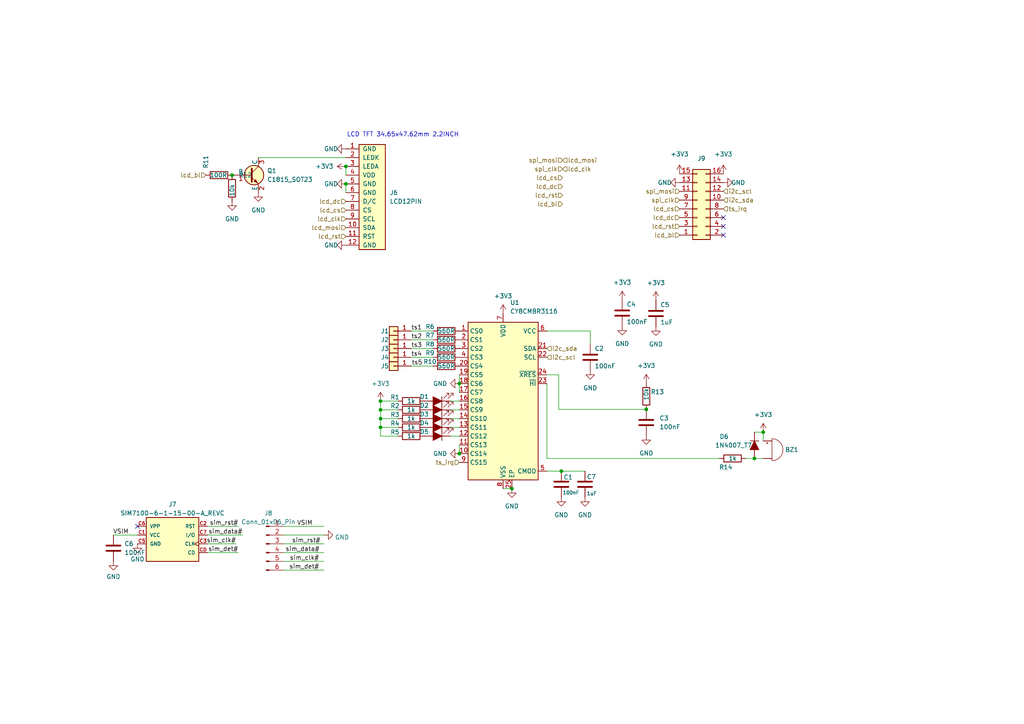
<source format=kicad_sch>
(kicad_sch (version 20230121) (generator eeschema)
  (paper "A4")
  (lib_symbols
    (symbol "Connector:Conn_01x06_Pin" (pin_names (offset 1.016) hide)
      (property "Reference" "J" (at 0 7.62 0))
      (property "Value" "Conn_01x06_Pin" (at 0 -10.16 0))
      (symbol "Conn_01x06_Pin_1_1"
        (polyline (pts (xy 1.27 -7.62) (xy 0.8636 -7.62)) (stroke (width 0.1524)))
        (polyline (pts (xy 1.27 -5.08) (xy 0.8636 -5.08)) (stroke (width 0.1524)))
        (polyline (pts (xy 1.27 -2.54) (xy 0.8636 -2.54)) (stroke (width 0.1524)))
        (polyline (pts (xy 1.27 0) (xy 0.8636 0)) (stroke (width 0.1524)))
        (polyline (pts (xy 1.27 2.54) (xy 0.8636 2.54)) (stroke (width 0.1524)))
        (polyline (pts (xy 1.27 5.08) (xy 0.8636 5.08)) (stroke (width 0.1524)))
        (rectangle (start 0.8636 -7.493) (end 0 -7.747) (stroke (width 0.1524)) (fill (type outline)))
        (rectangle (start 0.8636 -4.953) (end 0 -5.207) (stroke (width 0.1524)) (fill (type outline)))
        (rectangle (start 0.8636 -2.413) (end 0 -2.667) (stroke (width 0.1524)) (fill (type outline)))
        (rectangle (start 0.8636 0.127) (end 0 -0.127) (stroke (width 0.1524)) (fill (type outline)))
        (rectangle (start 0.8636 2.667) (end 0 2.413) (stroke (width 0.1524)) (fill (type outline)))
        (rectangle (start 0.8636 5.207) (end 0 4.953) (stroke (width 0.1524)) (fill (type outline)))
        (pin passive line (at 5.08 5.08 180) (length 3.81) (name "Pin_1") (number "1"))
        (pin passive line (at 5.08 2.54 180) (length 3.81) (name "Pin_2") (number "2"))
        (pin passive line (at 5.08 0 180) (length 3.81) (name "Pin_3") (number "3"))
        (pin passive line (at 5.08 -2.54 180) (length 3.81) (name "Pin_4") (number "4"))
        (pin passive line (at 5.08 -5.08 180) (length 3.81) (name "Pin_5") (number "5"))
        (pin passive line (at 5.08 -7.62 180) (length 3.81) (name "Pin_6") (number "6"))
      )
    )
    (symbol "Connector_Generic:Conn_01x01" (pin_names (offset 1.016) hide)
      (property "Reference" "J" (at 0 2.54 0))
      (property "Value" "Conn_01x01" (at 0 -2.54 0))
      (symbol "Conn_01x01_1_1"
        (rectangle (start -1.27 0.127) (end 0 -0.127) (stroke (width 0.1524)))
        (rectangle (start -1.27 1.27) (end 1.27 -1.27) (stroke (width 0.254)) (fill (type background)))
        (pin passive line (at -5.08 0 0) (length 3.81) (name "Pin_1") (number "1"))
      )
    )
    (symbol "Connector_Generic:Conn_02x08_Odd_Even" (pin_names (offset 1.016) hide)
      (property "Reference" "J" (at 1.27 10.16 0))
      (property "Value" "Conn_02x08_Odd_Even" (at 1.27 -12.7 0))
      (symbol "Conn_02x08_Odd_Even_1_1"
        (rectangle (start -1.27 -10.033) (end 0 -10.287) (stroke (width 0.1524)))
        (rectangle (start -1.27 -7.493) (end 0 -7.747) (stroke (width 0.1524)))
        (rectangle (start -1.27 -4.953) (end 0 -5.207) (stroke (width 0.1524)))
        (rectangle (start -1.27 -2.413) (end 0 -2.667) (stroke (width 0.1524)))
        (rectangle (start -1.27 0.127) (end 0 -0.127) (stroke (width 0.1524)))
        (rectangle (start -1.27 2.667) (end 0 2.413) (stroke (width 0.1524)))
        (rectangle (start -1.27 5.207) (end 0 4.953) (stroke (width 0.1524)))
        (rectangle (start -1.27 7.747) (end 0 7.493) (stroke (width 0.1524)))
        (rectangle (start -1.27 8.89) (end 3.81 -11.43) (stroke (width 0.254)) (fill (type background)))
        (rectangle (start 3.81 -10.033) (end 2.54 -10.287) (stroke (width 0.1524)))
        (rectangle (start 3.81 -7.493) (end 2.54 -7.747) (stroke (width 0.1524)))
        (rectangle (start 3.81 -4.953) (end 2.54 -5.207) (stroke (width 0.1524)))
        (rectangle (start 3.81 -2.413) (end 2.54 -2.667) (stroke (width 0.1524)))
        (rectangle (start 3.81 0.127) (end 2.54 -0.127) (stroke (width 0.1524)))
        (rectangle (start 3.81 2.667) (end 2.54 2.413) (stroke (width 0.1524)))
        (rectangle (start 3.81 5.207) (end 2.54 4.953) (stroke (width 0.1524)))
        (rectangle (start 3.81 7.747) (end 2.54 7.493) (stroke (width 0.1524)))
        (pin passive line (at -5.08 7.62 0) (length 3.81) (name "Pin_1") (number "1"))
        (pin passive line (at 7.62 -2.54 180) (length 3.81) (name "Pin_10") (number "10"))
        (pin passive line (at -5.08 -5.08 0) (length 3.81) (name "Pin_11") (number "11"))
        (pin passive line (at 7.62 -5.08 180) (length 3.81) (name "Pin_12") (number "12"))
        (pin passive line (at -5.08 -7.62 0) (length 3.81) (name "Pin_13") (number "13"))
        (pin passive line (at 7.62 -7.62 180) (length 3.81) (name "Pin_14") (number "14"))
        (pin passive line (at -5.08 -10.16 0) (length 3.81) (name "Pin_15") (number "15"))
        (pin passive line (at 7.62 -10.16 180) (length 3.81) (name "Pin_16") (number "16"))
        (pin passive line (at 7.62 7.62 180) (length 3.81) (name "Pin_2") (number "2"))
        (pin passive line (at -5.08 5.08 0) (length 3.81) (name "Pin_3") (number "3"))
        (pin passive line (at 7.62 5.08 180) (length 3.81) (name "Pin_4") (number "4"))
        (pin passive line (at -5.08 2.54 0) (length 3.81) (name "Pin_5") (number "5"))
        (pin passive line (at 7.62 2.54 180) (length 3.81) (name "Pin_6") (number "6"))
        (pin passive line (at -5.08 0 0) (length 3.81) (name "Pin_7") (number "7"))
        (pin passive line (at 7.62 0 180) (length 3.81) (name "Pin_8") (number "8"))
        (pin passive line (at -5.08 -2.54 0) (length 3.81) (name "Pin_9") (number "9"))
      )
    )
    (symbol "Sensor_Touch:CY8CMBR3116"
      (property "Reference" "U" (at -10.16 24.13 0))
      (property "Value" "CY8CMBR3116" (at 1.27 24.13 0))
      (symbol "CY8CMBR3116_0_1"
        (rectangle (start -10.16 22.86) (end 10.16 -22.86) (stroke (width 0.254)) (fill (type background)))
      )
      (symbol "CY8CMBR3116_1_1"
        (pin passive line (at -12.7 20.32 0) (length 2.54) (name "CS0") (number "1"))
        (pin passive line (at -12.7 -15.24 0) (length 2.54) (name "CS14") (number "10"))
        (pin passive line (at -12.7 -12.7 0) (length 2.54) (name "CS13") (number "11"))
        (pin passive line (at -12.7 -10.16 0) (length 2.54) (name "CS12") (number "12"))
        (pin passive line (at -12.7 -7.62 0) (length 2.54) (name "CS11") (number "13"))
        (pin passive line (at -12.7 -5.08 0) (length 2.54) (name "CS10") (number "14"))
        (pin passive line (at -12.7 -2.54 0) (length 2.54) (name "CS9") (number "15"))
        (pin passive line (at -12.7 0 0) (length 2.54) (name "CS8") (number "16"))
        (pin passive line (at -12.7 2.54 0) (length 2.54) (name "CS7") (number "17"))
        (pin passive line (at -12.7 5.08 0) (length 2.54) (name "CS6") (number "18"))
        (pin passive line (at -12.7 7.62 0) (length 2.54) (name "CS5") (number "19"))
        (pin passive line (at -12.7 17.78 0) (length 2.54) (name "CS1") (number "2"))
        (pin passive line (at -12.7 10.16 0) (length 2.54) (name "CS4") (number "20"))
        (pin bidirectional line (at 12.7 15.24 180) (length 2.54) (name "SDA") (number "21"))
        (pin input line (at 12.7 12.7 180) (length 2.54) (name "SCL") (number "22"))
        (pin bidirectional line (at 12.7 5.08 180) (length 2.54) (name "~{HI}") (number "23"))
        (pin input line (at 12.7 7.62 180) (length 2.54) (name "~{XRES}") (number "24"))
        (pin passive line (at 2.54 -25.4 90) (length 2.54) (name "EP") (number "25"))
        (pin passive line (at -12.7 15.24 0) (length 2.54) (name "CS2") (number "3"))
        (pin passive line (at -12.7 12.7 0) (length 2.54) (name "CS3") (number "4"))
        (pin passive line (at 12.7 -20.32 180) (length 2.54) (name "CMOD") (number "5"))
        (pin passive line (at 12.7 20.32 180) (length 2.54) (name "VCC") (number "6"))
        (pin power_in line (at 0 25.4 270) (length 2.54) (name "VDD") (number "7"))
        (pin power_in line (at 0 -25.4 90) (length 2.54) (name "VSS") (number "8"))
        (pin passive line (at -12.7 -17.78 0) (length 2.54) (name "CS15") (number "9"))
      )
    )
    (symbol "ph_lib:1N4007_T7" (pin_numbers hide) (pin_names (offset 1.016) hide)
      (property "Reference" "D" (at 0 2.54 0))
      (property "Value" "1N4007_T7" (at 0 -2.54 0))
      (symbol "1N4007_T7_0_1"
        (polyline (pts (xy -1.27 1.27) (xy -1.27 -1.27)) (stroke (width 0.2032)))
        (polyline (pts (xy 1.27 0) (xy -1.27 0)))
        (polyline (pts (xy 1.27 1.27) (xy 1.27 -1.27) (xy -1.27 0) (xy 1.27 1.27)) (stroke (width 0.2032)) (fill (type outline)))
      )
      (symbol "1N4007_T7_1_1"
        (pin passive line (at -3.81 0 0) (length 2.54) (name "K") (number "1"))
        (pin passive line (at 3.81 0 180) (length 2.54) (name "A") (number "2"))
      )
    )
    (symbol "ph_lib:Buzzer-Device" (pin_numbers hide) (pin_names (offset 1.016) hide)
      (property "Reference" "BZ" (at 0 0 0))
      (property "Value" "Buzzer-Device" (at -1.27 -2.54 0))
      (symbol "Buzzer-Device_1_1"
        (polyline (pts (xy 3.429 -5.715) (xy 3.937 -5.715)))
        (polyline (pts (xy 3.683 -5.461) (xy 3.683 -5.969)))
        (polyline (pts (xy 5.08 -4.445) (xy 5.08 -10.795)))
        (arc (start 5.08 -10.795) (mid 8.2412 -7.62) (end 5.08 -4.445))
        (pin passive line (at 2.54 -5.08 0) (length 2.54) (name "-") (number "1"))
        (pin passive line (at 2.54 -10.16 0) (length 2.54) (name "+") (number "2"))
      )
    )
    (symbol "ph_lib:C0805" (pin_numbers hide) (pin_names (offset 0.254))
      (property "Reference" "C" (at 0.635 2.54 0))
      (property "Value" "C0805" (at 0.635 -2.54 0))
      (symbol "C0805_0_1"
        (polyline (pts (xy -2.032 -0.762) (xy 2.032 -0.762)) (stroke (width 0.508)))
        (polyline (pts (xy -2.032 0.762) (xy 2.032 0.762)) (stroke (width 0.508)))
      )
      (symbol "C0805_1_1"
        (pin passive line (at 0 3.81 270) (length 2.794) (name "~") (number "1"))
        (pin passive line (at 0 -3.81 90) (length 2.794) (name "~") (number "2"))
      )
    )
    (symbol "ph_lib:C1815_SOT23" (pin_names (offset 0))
      (property "Reference" "Q" (at 5.08 1.905 0))
      (property "Value" "C1815_SOT23" (at 5.08 0 0))
      (symbol "C1815_SOT23_0_1"
        (polyline (pts (xy 0 0) (xy 0.635 0)))
        (polyline (pts (xy 0.635 0.635) (xy 2.54 2.54)))
        (polyline (pts (xy 0.635 -0.635) (xy 2.54 -2.54) (xy 2.54 -2.54)))
        (polyline (pts (xy 0.635 1.905) (xy 0.635 -1.905) (xy 0.635 -1.905)) (stroke (width 0.508)))
        (polyline (pts (xy 1.27 -1.778) (xy 1.778 -1.27) (xy 2.286 -2.286) (xy 1.27 -1.778) (xy 1.27 -1.778)) (fill (type outline)))
        (circle (center 1.27 0) (radius 2.8194) (stroke (width 0.254)) (fill (type background)))
      )
      (symbol "C1815_SOT23_1_1"
        (pin input line (at -5.08 0 0) (length 5.08) (name "B") (number "1"))
        (pin passive line (at 2.54 -5.08 90) (length 2.54) (name "E") (number "2"))
        (pin passive line (at 2.54 5.08 270) (length 2.54) (name "C") (number "3"))
      )
    )
    (symbol "ph_lib:LCD12PIN" (pin_names (offset 1.016))
      (property "Reference" "J**" (at 0 15.24 0))
      (property "Value" "LCD12PIN" (at 0 -17.78 0))
      (symbol "LCD12PIN_1_1"
        (rectangle (start -1.27 13.97) (end 6.35 -16.51) (stroke (width 0.254)) (fill (type background)))
        (pin passive line (at -5.08 12.7 0) (length 3.81) (name "GND") (number "1"))
        (pin passive line (at -5.08 -10.16 0) (length 3.81) (name "SDA") (number "10"))
        (pin passive line (at -5.08 -12.7 0) (length 3.81) (name "RST") (number "11"))
        (pin passive line (at -5.08 -15.24 0) (length 3.81) (name "GND") (number "12"))
        (pin passive line (at -5.08 10.16 0) (length 3.81) (name "LEDK") (number "2"))
        (pin passive line (at -5.08 7.62 0) (length 3.81) (name "LEDA") (number "3"))
        (pin passive line (at -5.08 5.08 0) (length 3.81) (name "VDD") (number "4"))
        (pin passive line (at -5.08 2.54 0) (length 3.81) (name "GND") (number "5"))
        (pin passive line (at -5.08 0 0) (length 3.81) (name "GND") (number "6"))
        (pin passive line (at -5.08 -2.54 0) (length 3.81) (name "D/C") (number "7"))
        (pin passive line (at -5.08 -5.08 0) (length 3.81) (name "CS") (number "8"))
        (pin passive line (at -5.08 -7.62 0) (length 3.81) (name "SCL") (number "9"))
      )
    )
    (symbol "ph_lib:LED0805" (pin_numbers hide) (pin_names (offset 1.016) hide)
      (property "Reference" "D" (at 0 2.54 0))
      (property "Value" "LED0805" (at 0 -2.54 0))
      (symbol "LED0805_0_1"
        (polyline (pts (xy -1.27 -1.27) (xy -1.27 1.27)) (stroke (width 0.2032)))
        (polyline (pts (xy -1.27 0) (xy 1.27 0)))
        (polyline (pts (xy 1.27 -1.27) (xy 1.27 1.27) (xy -1.27 0) (xy 1.27 -1.27)) (stroke (width 0.2032)) (fill (type outline)))
        (polyline (pts (xy -3.048 -0.762) (xy -4.572 -2.286) (xy -3.81 -2.286) (xy -4.572 -2.286) (xy -4.572 -1.524)))
        (polyline (pts (xy -1.778 -0.762) (xy -3.302 -2.286) (xy -2.54 -2.286) (xy -3.302 -2.286) (xy -3.302 -1.524)))
      )
      (symbol "LED0805_1_1"
        (pin passive line (at 3.81 0 180) (length 2.54) (name "A") (number "1"))
        (pin passive line (at -3.81 0 0) (length 2.54) (name "K") (number "2"))
      )
    )
    (symbol "ph_lib:R0805" (pin_numbers hide) (pin_names (offset 0))
      (property "Reference" "R" (at 2.032 0 90))
      (property "Value" "R0805" (at 0 0 90))
      (symbol "R0805_0_1"
        (rectangle (start -1.016 -2.54) (end 1.016 2.54) (stroke (width 0.254)))
      )
      (symbol "R0805_1_1"
        (pin passive line (at 0 3.81 270) (length 1.27) (name "~") (number "1"))
        (pin passive line (at 0 -3.81 90) (length 1.27) (name "~") (number "2"))
      )
    )
    (symbol "power:+3V3" (power) (pin_names (offset 0))
      (property "Value" "+3V3" (at 0 3.556 0))
      (symbol "+3V3_0_1"
        (polyline (pts (xy -0.762 1.27) (xy 0 2.54)))
        (polyline (pts (xy 0 0) (xy 0 2.54)))
        (polyline (pts (xy 0 2.54) (xy 0.762 1.27)))
      )
      (symbol "+3V3_1_1"
        (pin power_in line (at 0 0 90) (length 0) hide (name "+3V3") (number "1"))
      )
    )
    (symbol "power:GND" (power) (pin_names (offset 0))
      (property "Value" "GND" (at 0 -3.81 0))
      (symbol "GND_0_1"
        (polyline (pts (xy 0 0) (xy 0 -1.27) (xy 1.27 -1.27) (xy 0 -2.54) (xy -1.27 -1.27) (xy 0 -1.27)))
      )
      (symbol "GND_1_1"
        (pin power_in line (at 0 0 270) (length 0) hide (name "GND") (number "1"))
      )
    )
    (symbol "simcard:SIM7100-6-1-15-00-A_REVC" (pin_names (offset 1.016))
      (property "Reference" "J" (at -7.62 5.588 0))
      (property "Value" "SIM7100-6-1-15-00-A_REVC" (at -7.62 -10.1854 0))
      (symbol "SIM7100-6-1-15-00-A_REVC_0_0"
        (rectangle (start -7.62 -7.62) (end 7.62 5.08) (stroke (width 0.254)) (fill (type background)))
        (pin power_in line (at 10.16 -2.54 180) (length 2.54) hide (name "GND") (number "1"))
        (pin power_in line (at 10.16 0 180) (length 2.54) (name "VCC") (number "C1"))
        (pin input line (at -10.16 2.54 0) (length 2.54) (name "RST") (number "C2"))
        (pin bidirectional clock (at -10.16 -2.54 0) (length 2.54) (name "CLK") (number "C3"))
        (pin power_in line (at 10.16 -2.54 180) (length 2.54) (name "GND") (number "C5"))
        (pin power_in line (at 10.16 2.54 180) (length 2.54) (name "VPP") (number "C6"))
        (pin bidirectional line (at -10.16 0 0) (length 2.54) (name "I/O") (number "C7"))
        (pin passive line (at -10.16 -5.08 0) (length 2.54) (name "CD") (number "CD"))
      )
    )
  )
  (junction (at 110.363 121.412))
  (junction (at 110.363 116.332))
  (junction (at 221.361 125.349))
  (junction (at 133.223 131.572))
  (junction (at 218.821 132.969))
  (junction (at 148.463 141.732))
  (junction (at 110.363 118.872))
  (junction (at 187.452 118.745))
  (junction (at 110.363 123.952))
  (junction (at 100.33 48.26))
  (junction (at 162.814 136.652))
  (junction (at 67.31 50.8))
  (junction (at 133.223 111.252))
  (junction (at 100.33 53.34))
  (no_connect (at 209.804 65.659))
  (no_connect (at 209.804 68.199))
  (no_connect (at 39.878 152.654))
  (no_connect (at 209.804 63.119))
  (wire (pts (xy 119.253 106.172) (xy 125.603 106.172)))
  (wire (pts (xy 221.361 125.349) (xy 221.361 127.889)))
  (wire (pts (xy 158.623 96.012) (xy 171.196 96.012)))
  (wire (pts (xy 110.363 116.332) (xy 115.443 116.332)))
  (wire (pts (xy 100.33 53.34) (xy 100.33 55.88)))
  (wire (pts (xy 171.196 99.822) (xy 171.196 96.012)))
  (wire (pts (xy 82.296 157.734) (xy 93.98 157.734)))
  (wire (pts (xy 119.253 101.092) (xy 125.603 101.092)))
  (wire (pts (xy 60.198 157.734) (xy 68.453 157.734)))
  (wire (pts (xy 119.253 96.012) (xy 125.603 96.012)))
  (wire (pts (xy 110.363 126.492) (xy 110.363 123.952)))
  (wire (pts (xy 110.363 121.412) (xy 110.363 118.872)))
  (wire (pts (xy 119.253 103.632) (xy 125.603 103.632)))
  (wire (pts (xy 60.198 152.654) (xy 69.088 152.654)))
  (wire (pts (xy 82.296 165.354) (xy 93.98 165.354)))
  (wire (pts (xy 60.198 160.274) (xy 69.088 160.274)))
  (wire (pts (xy 218.821 125.349) (xy 221.361 125.349)))
  (wire (pts (xy 110.363 123.952) (xy 115.443 123.952)))
  (wire (pts (xy 145.923 141.732) (xy 148.463 141.732)))
  (wire (pts (xy 32.893 155.194) (xy 39.878 155.194)))
  (wire (pts (xy 130.683 123.952) (xy 133.223 123.952)))
  (wire (pts (xy 162.052 118.745) (xy 162.052 108.712)))
  (wire (pts (xy 130.683 121.412) (xy 133.223 121.412)))
  (wire (pts (xy 162.814 136.652) (xy 169.672 136.652)))
  (wire (pts (xy 130.683 118.872) (xy 133.223 118.872)))
  (wire (pts (xy 115.443 126.492) (xy 110.363 126.492)))
  (wire (pts (xy 110.363 123.952) (xy 110.363 121.412)))
  (wire (pts (xy 158.623 111.252) (xy 158.623 132.969)))
  (wire (pts (xy 119.253 98.552) (xy 125.603 98.552)))
  (wire (pts (xy 82.296 162.814) (xy 93.98 162.814)))
  (wire (pts (xy 74.93 45.72) (xy 100.33 45.72)))
  (wire (pts (xy 133.223 129.032) (xy 133.223 131.572)))
  (wire (pts (xy 216.281 132.969) (xy 218.821 132.969)))
  (wire (pts (xy 133.223 111.252) (xy 133.223 113.792)))
  (wire (pts (xy 110.363 118.872) (xy 110.363 116.332)))
  (wire (pts (xy 162.052 118.745) (xy 187.452 118.745)))
  (wire (pts (xy 158.623 132.969) (xy 208.661 132.969)))
  (wire (pts (xy 162.814 136.652) (xy 158.623 136.652)))
  (wire (pts (xy 110.363 121.412) (xy 115.443 121.412)))
  (wire (pts (xy 162.052 108.712) (xy 158.623 108.712)))
  (wire (pts (xy 82.296 152.654) (xy 93.98 152.654)))
  (wire (pts (xy 110.363 118.872) (xy 115.443 118.872)))
  (wire (pts (xy 218.821 132.969) (xy 221.361 132.969)))
  (wire (pts (xy 82.296 160.274) (xy 93.98 160.274)))
  (wire (pts (xy 130.683 116.332) (xy 133.223 116.332)))
  (wire (pts (xy 130.683 126.492) (xy 133.223 126.492)))
  (wire (pts (xy 60.198 155.194) (xy 70.358 155.194)))
  (wire (pts (xy 133.223 108.712) (xy 133.223 111.252)))
  (wire (pts (xy 82.296 155.194) (xy 93.98 155.194)))
  (wire (pts (xy 100.33 48.26) (xy 100.33 50.8)))
  (text "LCD TFT 34.65x47.62mm 2.2INCH" (at 100.584 39.878 0) (effects (font (size 1.27 1.27)) (justify left bottom)))
  (label "ts3" (at 119.253 101.092 0))
  (label "sim_rst#" (at 69.088 152.654 180))
  (label "sim_rst#" (at 92.964 157.734 180))
  (label "sim_data#" (at 92.71 160.274 180))
  (label "ts2" (at 119.253 98.552 0))
  (label "VSIM" (at 90.678 152.654 180))
  (label "sim_data#" (at 70.358 155.194 180))
  (label "sim_clk#" (at 68.453 157.734 180))
  (label "ts5" (at 119.3937 106.172 0))
  (label "VSIM" (at 37.338 155.194 180))
  (label "ts1" (at 119.253 96.012 0))
  (label "ts4" (at 119.253 103.632 0))
  (label "sim_det#" (at 69.088 160.274 180))
  (label "sim_clk#" (at 92.583 162.814 180))
  (label "sim_det#" (at 92.583 165.354 180))
  (hierarchical_label "lcd_cs" (shape input) (at 163.195 51.562 180))
  (hierarchical_label "lcd_clk" (shape input) (at 163.195 49.022 0))
  (hierarchical_label "i2c_scl" (shape input) (at 209.804 55.499 0))
  (hierarchical_label "lcd_cs" (shape input) (at 100.33 60.96 180))
  (hierarchical_label "lcd_mosi" (shape input) (at 163.195 46.482 0))
  (hierarchical_label "lcd_rst" (shape input) (at 100.33 68.58 180))
  (hierarchical_label "ts_irq" (shape input) (at 133.223 134.112 180))
  (hierarchical_label "lcd_rst" (shape input) (at 197.104 65.659 180))
  (hierarchical_label "lcd_mosi" (shape input) (at 100.33 66.04 180))
  (hierarchical_label "lcd_dc" (shape input) (at 197.104 63.119 180))
  (hierarchical_label "lcd_clk" (shape input) (at 100.33 63.5 180))
  (hierarchical_label "spi_clk" (shape input) (at 163.195 49.022 180))
  (hierarchical_label "lcd_dc" (shape input) (at 163.195 54.102 180))
  (hierarchical_label "lcd_rst" (shape input) (at 163.195 56.642 180))
  (hierarchical_label "spi_mosi" (shape input) (at 163.195 46.482 180))
  (hierarchical_label "lcd_cs" (shape input) (at 197.104 60.579 180))
  (hierarchical_label "lcd_dc" (shape input) (at 100.33 58.42 180))
  (hierarchical_label "spi_mosi" (shape input) (at 197.104 55.499 180))
  (hierarchical_label "lcd_bl" (shape input) (at 197.104 68.199 180))
  (hierarchical_label "lcd_bl" (shape input) (at 163.195 59.182 180))
  (hierarchical_label "i2c_sda" (shape input) (at 158.623 101.092 0))
  (hierarchical_label "spi_clk" (shape input) (at 197.104 58.039 180))
  (hierarchical_label "i2c_scl" (shape input) (at 158.623 103.632 0))
  (hierarchical_label "lcd_bl" (shape input) (at 59.69 50.8 180))
  (hierarchical_label "ts_irq" (shape input) (at 209.804 60.579 0))
  (hierarchical_label "i2c_sda" (shape input) (at 209.804 58.039 0))
  (symbol (lib_id "power:GND") (at 171.196 107.442 0) (unit 1)
    (property "Reference" "#PWR09" (effects hide))
    (property "Value" "GND" (at 171.196 112.522 0))
  )
  (symbol (lib_id "ph_lib:R0805") (at 129.413 96.012 90) (unit 1)
    (property "Reference" "R6" (at 124.714 94.742 90))
    (property "Value" "560R" (at 129.413 96.012 90))
    (property "Footprint" "Resistor_SMD:R_0805_2012Metric" (effects hide))
    (property "Desc" "Resistor SMD 0805" (effects hide))
    (property "Link" "http://www.dientuachau.com/res-1-0805" (effects hide))
  )
  (symbol (lib_id "ph_lib:R0805") (at 119.253 121.412 90) (unit 1)
    (property "Reference" "R3" (at 114.554 120.269 90))
    (property "Value" "1k" (at 119.253 121.412 90))
    (property "Footprint" "Resistor_SMD:R_0805_2012Metric" (effects hide))
    (property "Desc" "Resistor SMD 0805" (effects hide))
    (property "Link" "http://www.dientuachau.com/res-1-0805" (effects hide))
  )
  (symbol (lib_id "ph_lib:C1815_SOT23") (at 72.39 50.8 0) (unit 1)
    (property "Reference" "Q1" (at 77.47 49.5299 0) (effects (justify left)))
    (property "Value" "C1815_SOT23" (at 77.47 52.0699 0) (effects (justify left)))
    (property "Footprint" "Package_TO_SOT_SMD:SOT-23" (effects hide))
    (property "Desc" "50V Vce, 0.15A Ic, Low Noise Audio NPN Transistor, TO-92" (effects hide))
    (property "Link" "https://thegioiic.com/products/2sc1815-hf" (effects hide))
  )
  (symbol (lib_id "ph_lib:R0805") (at 119.253 116.332 90) (unit 1)
    (property "Reference" "R1" (at 114.554 115.189 90))
    (property "Value" "1k" (at 119.253 116.332 90))
    (property "Footprint" "Resistor_SMD:R_0805_2012Metric" (effects hide))
    (property "Desc" "Resistor SMD 0805" (effects hide))
    (property "Link" "http://www.dientuachau.com/res-1-0805" (effects hide))
  )
  (symbol (lib_id "power:+3V3") (at 197.104 50.419 0) (unit 1)
    (property "Reference" "#PWR025" (effects hide))
    (property "Value" "+3V3" (at 197.104 44.704 0))
  )
  (symbol (lib_id "ph_lib:R0805") (at 129.413 106.172 90) (unit 1)
    (property "Reference" "R10" (at 124.714 104.902 90))
    (property "Value" "560R" (at 129.413 106.172 90))
    (property "Footprint" "Resistor_SMD:R_0805_2012Metric" (effects hide))
    (property "Desc" "Resistor SMD 0805" (effects hide))
    (property "Link" "http://www.dientuachau.com/res-1-0805" (effects hide))
  )
  (symbol (lib_id "power:GND") (at 180.467 94.615 0) (unit 1)
    (property "Reference" "#PWR018" (effects hide))
    (property "Value" "GND" (at 180.467 99.695 0))
  )
  (symbol (lib_id "ph_lib:LED0805") (at 126.873 123.952 180) (unit 1)
    (property "Reference" "D4" (at 123.063 122.682 0))
    (property "Value" "LED0805" (effects hide))
    (property "Footprint" "LED_SMD:LED_0805_2012Metric" (effects hide))
    (property "Desc" "LED0805" (effects hide))
    (property "Link" "https://thegioiic.com/product/led-dan-smd-2012-0805" (effects hide))
  )
  (symbol (lib_id "Sensor_Touch:CY8CMBR3116") (at 145.923 116.332 0) (unit 1)
    (property "Reference" "U1" (at 147.9424 87.757 0) (effects (justify left)))
    (property "Value" "CY8CMBR3116" (at 147.9424 90.297 0) (effects (justify left)))
    (property "Footprint" "Package_DFN_QFN:QFN-24-1EP_4x4mm_P0.5mm_EP2.6x2.6mm" (effects hide))
    (property "Datasheet" "http://www.cypress.com/?docID=49119" (effects hide))
  )
  (symbol (lib_id "ph_lib:LED0805") (at 126.873 121.412 180) (unit 1)
    (property "Reference" "D3" (at 123.063 120.142 0))
    (property "Value" "LED0805" (effects hide))
    (property "Footprint" "LED_SMD:LED_0805_2012Metric" (effects hide))
    (property "Desc" "LED0805" (effects hide))
    (property "Link" "https://thegioiic.com/product/led-dan-smd-2012-0805" (effects hide))
  )
  (symbol (lib_id "power:GND") (at 67.31 58.42 0) (unit 1)
    (property "Reference" "#PWR0101" (effects hide))
    (property "Value" "GND" (at 67.31 63.5 0))
  )
  (symbol (lib_id "power:GND") (at 32.893 162.814 0) (unit 1)
    (property "Reference" "#PWR04" (effects hide))
    (property "Value" "GND" (at 32.893 167.259 0))
  )
  (symbol (lib_id "ph_lib:C0805") (at 187.452 122.555 0) (unit 1)
    (property "Reference" "C3" (at 191.262 121.2849 0) (effects (justify left)))
    (property "Value" "100nF" (at 191.262 123.8249 0) (effects (justify left)))
    (property "Footprint" "Capacitor_SMD:C_0805_2012Metric" (effects hide))
    (property "Desc" "Capacitor SMD Ceramic 0805" (effects hide))
    (property "Link" "http://www.dientuachau.com/ceramic-0805" (effects hide))
  )
  (symbol (lib_id "Connector_Generic:Conn_01x01") (at 114.173 98.552 180) (unit 1)
    (property "Reference" "J2" (at 111.633 98.552 0))
    (property "Value" "Conn_01x01" (effects hide))
    (property "Footprint" "Lib_Hien:Button_Touch_Circle" (effects hide))
  )
  (symbol (lib_id "ph_lib:R0805") (at 119.253 123.952 90) (unit 1)
    (property "Reference" "R4" (at 114.554 122.809 90))
    (property "Value" "1k" (at 119.253 123.952 90))
    (property "Footprint" "Resistor_SMD:R_0805_2012Metric" (effects hide))
    (property "Desc" "Resistor SMD 0805" (effects hide))
    (property "Link" "http://www.dientuachau.com/res-1-0805" (effects hide))
  )
  (symbol (lib_id "power:+3V3") (at 145.923 90.932 0) (unit 1)
    (property "Reference" "#PWR05" (effects hide))
    (property "Value" "+3V3" (at 145.923 85.852 0))
  )
  (symbol (lib_id "ph_lib:R0805") (at 129.413 101.092 90) (unit 1)
    (property "Reference" "R8" (at 124.714 99.822 90))
    (property "Value" "560R" (at 129.413 101.092 90))
    (property "Footprint" "Resistor_SMD:R_0805_2012Metric" (effects hide))
    (property "Desc" "Resistor SMD 0805" (effects hide))
    (property "Link" "http://www.dientuachau.com/res-1-0805" (effects hide))
  )
  (symbol (lib_id "power:GND") (at 100.33 53.34 270) (mirror x) (unit 1)
    (property "Reference" "#PWR012" (effects hide))
    (property "Value" "GND" (at 93.98 53.34 90) (effects (justify left)))
  )
  (symbol (lib_id "Connector:Conn_01x06_Pin") (at 77.216 157.734 0) (unit 1)
    (property "Reference" "J8" (at 77.851 148.844 0))
    (property "Value" "Conn_01x06_Pin" (at 77.851 151.384 0))
    (property "Footprint" "Connector_PinHeader_1.27mm:PinHeader_1x06_P1.27mm_Horizontal" (effects hide))
  )
  (symbol (lib_id "power:GND") (at 169.672 144.272 0) (unit 1)
    (property "Reference" "#PWR027" (effects hide))
    (property "Value" "GND" (at 169.672 149.352 0))
  )
  (symbol (lib_id "power:GND") (at 197.104 52.959 270) (mirror x) (unit 1)
    (property "Reference" "#PWR026" (effects hide))
    (property "Value" "GND" (at 190.754 52.959 90) (effects (justify left)))
  )
  (symbol (lib_id "ph_lib:1N4007_T7") (at 218.821 129.159 270) (unit 1)
    (property "Reference" "D6" (at 208.661 126.619 90) (effects (justify left)))
    (property "Value" "1N4007_T7" (at 207.391 129.159 90) (effects (justify left)))
    (property "Footprint" "Diode_SMD:D_SOD-123F" (effects hide))
    (property "Desc" "1N4007 (Marking T7) SMD, 1kV, 1A" (effects hide))
    (property "Link" "https://banlinhkien.vn/goods-11574-diode-t7-sod123-1n4007-sod123-10c-.html" (effects hide))
  )
  (symbol (lib_id "power:+3V3") (at 221.361 125.349 0) (unit 1)
    (property "Reference" "#PWR016" (effects hide))
    (property "Value" "+3V3" (at 221.361 120.269 0))
  )
  (symbol (lib_id "power:GND") (at 133.223 131.572 270) (unit 1)
    (property "Reference" "#PWR03" (effects hide))
    (property "Value" "GND" (at 125.603 131.572 90) (effects (justify left)))
  )
  (symbol (lib_id "ph_lib:Buzzer-Device") (at 218.821 122.809 0) (unit 1)
    (property "Reference" "BZ1" (at 227.711 130.4289 0) (effects (justify left)))
    (property "Value" "Buzzer-Device" (effects hide))
    (property "Footprint" "Lib_Hien:Buzzer_SMD_9633" (effects hide))
    (property "Desc" "5VDC, size 12x9mm" (effects hide))
    (property "Link" "https://thegioiic.com/products/1209-dip-buzzer-12x9mm" (effects hide))
  )
  (symbol (lib_id "power:GND") (at 93.98 155.194 90) (unit 1)
    (property "Reference" "#PWR020" (effects hide))
    (property "Value" "GND" (at 97.155 155.829 90) (effects (justify right)))
  )
  (symbol (lib_id "power:GND") (at 187.452 126.365 0) (unit 1)
    (property "Reference" "#PWR015" (effects hide))
    (property "Value" "GND" (at 187.452 131.445 0))
  )
  (symbol (lib_id "ph_lib:LED0805") (at 126.873 118.872 180) (unit 1)
    (property "Reference" "D2" (at 123.063 117.602 0))
    (property "Value" "LED0805" (effects hide))
    (property "Footprint" "LED_SMD:LED_0805_2012Metric" (effects hide))
    (property "Desc" "LED0805" (effects hide))
    (property "Link" "https://thegioiic.com/product/led-dan-smd-2012-0805" (effects hide))
  )
  (symbol (lib_id "Connector_Generic:Conn_01x01") (at 114.173 101.092 180) (unit 1)
    (property "Reference" "J3" (at 111.633 101.092 0))
    (property "Value" "Conn_01x01" (effects hide))
    (property "Footprint" "Lib_Hien:Button_Touch_Circle" (effects hide))
  )
  (symbol (lib_id "power:GND") (at 209.804 52.959 90) (mirror x) (unit 1)
    (property "Reference" "#PWR024" (effects hide))
    (property "Value" "GND" (at 216.154 52.959 90) (effects (justify left)))
  )
  (symbol (lib_id "ph_lib:R0805") (at 129.413 103.632 90) (unit 1)
    (property "Reference" "R9" (at 124.714 102.362 90))
    (property "Value" "560R" (at 129.413 103.632 90))
    (property "Footprint" "Resistor_SMD:R_0805_2012Metric" (effects hide))
    (property "Desc" "Resistor SMD 0805" (effects hide))
    (property "Link" "http://www.dientuachau.com/res-1-0805" (effects hide))
  )
  (symbol (lib_id "ph_lib:R0805") (at 119.253 126.492 90) (unit 1)
    (property "Reference" "R5" (at 114.554 125.349 90))
    (property "Value" "1k" (at 119.253 126.492 90))
    (property "Footprint" "Resistor_SMD:R_0805_2012Metric" (effects hide))
    (property "Desc" "Resistor SMD 0805" (effects hide))
    (property "Link" "http://www.dientuachau.com/res-1-0805" (effects hide))
  )
  (symbol (lib_id "ph_lib:R0805") (at 63.5 50.8 90) (unit 1)
    (property "Reference" "R11" (at 59.69 48.895 0) (effects (justify left)))
    (property "Value" "100R" (at 65.913 50.8 90) (effects (justify left)))
    (property "Footprint" "Resistor_SMD:R_0805_2012Metric" (effects hide))
    (property "Desc" "Resistor SMD 0805" (effects hide))
    (property "Link" "http://www.dientuachau.com/res-1-0805" (effects hide))
  )
  (symbol (lib_id "Connector_Generic:Conn_01x01") (at 114.173 106.172 180) (unit 1)
    (property "Reference" "J5" (at 111.633 106.172 0))
    (property "Value" "Conn_01x01" (effects hide))
    (property "Footprint" "Lib_Hien:Button_Touch_Circle" (effects hide))
  )
  (symbol (lib_id "power:GND") (at 74.93 55.88 0) (unit 1)
    (property "Reference" "#PWR07" (effects hide))
    (property "Value" "GND" (at 74.93 60.96 0))
  )
  (symbol (lib_id "power:+3V3") (at 209.804 50.419 0) (unit 1)
    (property "Reference" "#PWR023" (effects hide))
    (property "Value" "+3V3" (at 209.804 44.704 0))
  )
  (symbol (lib_id "ph_lib:C0805") (at 169.672 140.462 0) (unit 1)
    (property "Reference" "C7" (at 170.18 138.303 0) (effects (justify left)))
    (property "Value" "1uF" (at 170.18 143.129 0) (effects (font (size 1 1)) (justify left)))
    (property "Footprint" "Capacitor_SMD:C_0805_2012Metric" (effects hide))
    (property "Desc" "Capacitor SMD Ceramic 0805" (effects hide))
    (property "Link" "http://www.dientuachau.com/ceramic-0805" (effects hide))
  )
  (symbol (lib_id "ph_lib:C0805") (at 32.893 159.004 0) (unit 1)
    (property "Reference" "C6" (at 36.068 157.7339 0) (effects (justify left)))
    (property "Value" "100nF" (at 36.068 160.2739 0) (effects (justify left)))
    (property "Footprint" "Capacitor_SMD:C_0805_2012Metric" (effects hide))
    (property "Desc" "Capacitor SMD Ceramic 0805" (effects hide))
    (property "Link" "http://www.dientuachau.com/ceramic-0805" (effects hide))
  )
  (symbol (lib_id "ph_lib:LED0805") (at 126.873 126.492 180) (unit 1)
    (property "Reference" "D5" (at 123.063 125.222 0))
    (property "Value" "LED0805" (effects hide))
    (property "Footprint" "LED_SMD:LED_0805_2012Metric" (effects hide))
    (property "Desc" "LED0805" (effects hide))
    (property "Link" "https://thegioiic.com/product/led-dan-smd-2012-0805" (effects hide))
  )
  (symbol (lib_id "Connector_Generic:Conn_01x01") (at 114.173 96.012 180) (unit 1)
    (property "Reference" "J1" (at 111.633 96.012 0))
    (property "Value" "Conn_01x01" (effects hide))
    (property "Footprint" "Lib_Hien:Button_Touch_Circle" (effects hide))
  )
  (symbol (lib_id "Connector_Generic:Conn_01x01") (at 114.173 103.632 180) (unit 1)
    (property "Reference" "J4" (at 111.633 103.632 0))
    (property "Value" "Conn_01x01" (effects hide))
    (property "Footprint" "Lib_Hien:Button_Touch_Circle" (effects hide))
  )
  (symbol (lib_id "power:GND") (at 100.33 43.18 270) (mirror x) (unit 1)
    (property "Reference" "#PWR010" (effects hide))
    (property "Value" "GND" (at 93.98 43.18 90) (effects (justify left)))
  )
  (symbol (lib_id "power:GND") (at 39.878 157.734 0) (unit 1)
    (property "Reference" "#PWR019" (effects hide))
    (property "Value" "GND" (at 39.878 162.179 0))
  )
  (symbol (lib_id "power:+3V3") (at 180.467 86.995 0) (unit 1)
    (property "Reference" "#PWR017" (effects hide))
    (property "Value" "+3V3" (at 180.467 81.915 0))
  )
  (symbol (lib_id "power:+3V3") (at 187.452 111.125 0) (unit 1)
    (property "Reference" "#PWR014" (effects hide))
    (property "Value" "+3V3" (at 187.452 106.045 0))
  )
  (symbol (lib_id "power:GND") (at 148.463 141.732 0) (unit 1)
    (property "Reference" "#PWR06" (effects hide))
    (property "Value" "GND" (at 148.463 146.812 0))
  )
  (symbol (lib_id "ph_lib:LCD12PIN") (at 105.41 55.88 0) (unit 1)
    (property "Reference" "J6" (at 113.03 55.8799 0) (effects (justify left)))
    (property "Value" "LCD12PIN" (at 113.03 58.4199 0) (effects (justify left)))
    (property "Footprint" "Lib_Hien:LCD_TFT_34.6x47.6mm_2INCH" (effects hide))
  )
  (symbol (lib_id "ph_lib:C0805") (at 162.814 140.462 0) (unit 1)
    (property "Reference" "C1" (at 163.449 138.43 0) (effects (justify left)))
    (property "Value" "100nF" (at 163.195 142.875 0) (effects (font (size 1 1)) (justify left)))
    (property "Footprint" "Capacitor_SMD:C_0805_2012Metric" (effects hide))
    (property "Desc" "Capacitor SMD Ceramic 0805" (effects hide))
    (property "Link" "http://www.dientuachau.com/ceramic-0805" (effects hide))
  )
  (symbol (lib_id "Connector_Generic:Conn_02x08_Odd_Even") (at 202.184 60.579 0) (mirror x) (unit 1)
    (property "Reference" "J9" (at 203.454 45.974 0))
    (property "Value" "Conn_02x08_Odd_Even" (effects hide))
    (property "Footprint" "Connector_PinSocket_2.00mm:PinSocket_2x08_P2.00mm_Vertical_SMD" (effects hide))
  )
  (symbol (lib_id "ph_lib:LED0805") (at 126.873 116.332 180) (unit 1)
    (property "Reference" "D1" (at 123.063 115.062 0))
    (property "Value" "LED0805" (effects hide))
    (property "Footprint" "LED_SMD:LED_0805_2012Metric" (effects hide))
    (property "Desc" "LED0805" (effects hide))
    (property "Link" "https://thegioiic.com/product/led-dan-smd-2012-0805" (effects hide))
  )
  (symbol (lib_id "power:+3V3") (at 100.33 48.26 90) (unit 1)
    (property "Reference" "#PWR011" (effects hide))
    (property "Value" "+3V3" (at 91.44 48.26 90) (effects (justify right)))
  )
  (symbol (lib_id "ph_lib:R0805") (at 119.253 118.872 90) (unit 1)
    (property "Reference" "R2" (at 114.554 117.729 90))
    (property "Value" "1k" (at 119.253 118.872 90))
    (property "Footprint" "Resistor_SMD:R_0805_2012Metric" (effects hide))
    (property "Desc" "Resistor SMD 0805" (effects hide))
    (property "Link" "http://www.dientuachau.com/res-1-0805" (effects hide))
  )
  (symbol (lib_id "power:GND") (at 100.33 71.12 270) (mirror x) (unit 1)
    (property "Reference" "#PWR013" (effects hide))
    (property "Value" "GND" (at 93.98 71.12 90) (effects (justify left)))
  )
  (symbol (lib_id "ph_lib:C0805") (at 171.196 103.632 0) (unit 1)
    (property "Reference" "C2" (at 172.466 101.092 0) (effects (justify left)))
    (property "Value" "100nF" (at 172.466 106.172 0) (effects (justify left)))
    (property "Footprint" "Capacitor_SMD:C_0805_2012Metric" (effects hide))
    (property "Desc" "Capacitor SMD Ceramic 0805" (effects hide))
    (property "Link" "http://www.dientuachau.com/ceramic-0805" (effects hide))
  )
  (symbol (lib_id "power:GND") (at 190.246 94.742 0) (unit 1)
    (property "Reference" "#PWR022" (effects hide))
    (property "Value" "GND" (at 190.246 99.822 0))
  )
  (symbol (lib_id "power:+3V3") (at 190.246 87.122 0) (unit 1)
    (property "Reference" "#PWR021" (effects hide))
    (property "Value" "+3V3" (at 190.246 82.042 0))
  )
  (symbol (lib_id "power:+3V3") (at 110.363 116.332 0) (unit 1)
    (property "Reference" "#PWR01" (effects hide))
    (property "Value" "+3V3" (at 110.363 111.252 0))
  )
  (symbol (lib_id "ph_lib:C0805") (at 180.467 90.805 0) (unit 1)
    (property "Reference" "C4" (at 181.737 88.265 0) (effects (justify left)))
    (property "Value" "100nF" (at 181.737 93.345 0) (effects (justify left)))
    (property "Footprint" "Capacitor_SMD:C_0805_2012Metric" (effects hide))
    (property "Desc" "Capacitor SMD Ceramic 0805" (effects hide))
    (property "Link" "http://www.dientuachau.com/ceramic-0805" (effects hide))
  )
  (symbol (lib_id "power:GND") (at 133.223 111.252 270) (unit 1)
    (property "Reference" "#PWR02" (effects hide))
    (property "Value" "GND" (at 125.603 111.252 90) (effects (justify left)))
  )
  (symbol (lib_id "ph_lib:R0805") (at 212.471 132.969 90) (unit 1)
    (property "Reference" "R14" (at 212.471 135.509 90) (effects (justify left)))
    (property "Value" "1k" (at 213.741 132.969 90) (effects (justify left)))
    (property "Footprint" "Resistor_SMD:R_0805_2012Metric" (effects hide))
    (property "Desc" "Resistor SMD 0805" (effects hide))
    (property "Link" "http://www.dientuachau.com/res-1-0805" (effects hide))
  )
  (symbol (lib_id "ph_lib:R0805") (at 129.413 98.552 90) (unit 1)
    (property "Reference" "R7" (at 124.714 97.282 90))
    (property "Value" "560R" (at 129.413 98.552 90))
    (property "Footprint" "Resistor_SMD:R_0805_2012Metric" (effects hide))
    (property "Desc" "Resistor SMD 0805" (effects hide))
    (property "Link" "http://www.dientuachau.com/res-1-0805" (effects hide))
  )
  (symbol (lib_id "ph_lib:C0805") (at 190.246 90.932 0) (unit 1)
    (property "Reference" "C5" (at 191.516 88.392 0) (effects (justify left)))
    (property "Value" "1uF" (at 191.516 93.472 0) (effects (justify left)))
    (property "Footprint" "Capacitor_SMD:C_0805_2012Metric" (effects hide))
    (property "Desc" "Capacitor SMD Ceramic 0805" (effects hide))
    (property "Link" "http://www.dientuachau.com/ceramic-0805" (effects hide))
  )
  (symbol (lib_id "ph_lib:R0805") (at 187.452 114.935 0) (unit 1)
    (property "Reference" "R13" (at 188.722 113.665 0) (effects (justify left)))
    (property "Value" "10k" (at 187.452 116.205 90) (effects (justify left)))
    (property "Footprint" "Resistor_SMD:R_0805_2012Metric" (effects hide))
    (property "Desc" "Resistor SMD 0805" (effects hide))
    (property "Link" "http://www.dientuachau.com/res-1-0805" (effects hide))
  )
  (symbol (lib_id "simcard:SIM7100-6-1-15-00-A_REVC") (at 50.038 155.194 0) (mirror y) (unit 1)
    (property "Reference" "J7" (at 50.038 146.304 0))
    (property "Value" "SIM7100-6-1-15-00-A_REVC" (at 50.038 148.844 0))
    (property "Footprint" "Lib_Hien:microSIM_Card" (effects hide))
    (property "STANDARD" "Manufacturer Recommendations" (effects hide))
    (property "MAXIMUM_PACKAGE_HEIGHT" "1.5mm" (effects hide))
    (property "MANUFACTURER" "Global Connector Technology" (effects hide))
    (property "PARTREV" "C" (effects hide))
  )
  (symbol (lib_id "ph_lib:R0805") (at 67.31 54.61 0) (unit 1)
    (property "Reference" "R12" (at 69.215 50.8 0) (effects (justify left)))
    (property "Value" "10k" (at 67.31 57.023 90) (effects (justify left)))
    (property "Footprint" "Resistor_SMD:R_0805_2012Metric" (effects hide))
    (property "Desc" "Resistor SMD 0805" (effects hide))
    (property "Link" "http://www.dientuachau.com/res-1-0805" (effects hide))
  )
  (symbol (lib_id "power:GND") (at 162.814 144.272 0) (unit 1)
    (property "Reference" "#PWR08" (effects hide))
    (property "Value" "GND" (at 162.814 149.352 0))
  )
)
</source>
